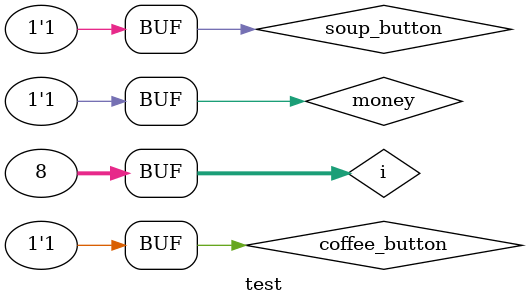
<source format=v>
module cafe (
    input coffee_button, money, soup_button,
    output reg coffee, soup);

    always @(coffee_button or money or soup_button) begin
        coffee <= ((coffee_button & money) & ~(coffee_button & soup_button));
        soup <= (money & soup_button);
    end
endmodule

module test;

    reg coffee_button, money, soup_button;
    wire coffee, soup;
    integer i;

    cafe cof (.coffee_button(coffee_button), .money(money), .soup_button(soup_button), .coffee(coffee), .soup(soup));

    initial begin
        coffee_button <= 0;
        money <= 0;
        soup_button <= 0;

        $monitor ("Coffee_Button=%b, Money=%b, Soup_Button=%b, Coffee=%b, Soup=%b", coffee_button, money, soup_button, coffee, soup);

        for (i = 0 ; i < 8 ; i = i + 1) begin
            {coffee_button, money, soup_button} = i;
            #10;
        end
    end

endmodule

</source>
